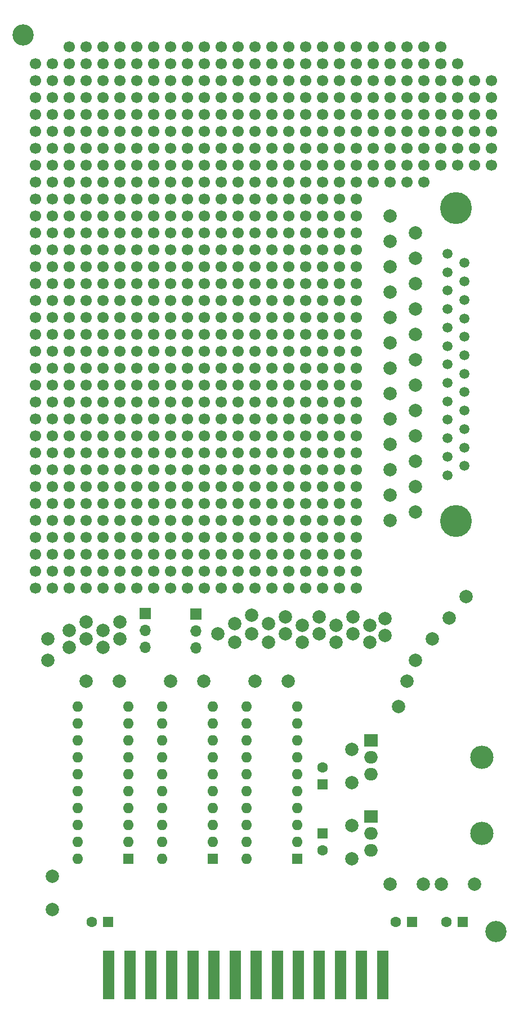
<source format=gbs>
%TF.GenerationSoftware,KiCad,Pcbnew,(6.0.0)*%
%TF.CreationDate,2022-03-13T19:33:12-04:00*%
%TF.ProjectId,Northstar Protoboard,4e6f7274-6873-4746-9172-2050726f746f,rev?*%
%TF.SameCoordinates,Original*%
%TF.FileFunction,Soldermask,Bot*%
%TF.FilePolarity,Negative*%
%FSLAX46Y46*%
G04 Gerber Fmt 4.6, Leading zero omitted, Abs format (unit mm)*
G04 Created by KiCad (PCBNEW (6.0.0)) date 2022-03-13 19:33:12*
%MOMM*%
%LPD*%
G01*
G04 APERTURE LIST*
%ADD10C,1.700000*%
%ADD11C,2.000000*%
%ADD12C,3.200000*%
%ADD13R,1.600000X1.600000*%
%ADD14C,1.600000*%
%ADD15R,1.700000X1.700000*%
%ADD16O,1.700000X1.700000*%
%ADD17O,3.500000X3.500000*%
%ADD18R,2.000000X1.905000*%
%ADD19O,2.000000X1.905000*%
%ADD20R,1.700000X7.400000*%
%ADD21O,1.600000X1.600000*%
%ADD22C,1.500000*%
%ADD23C,4.800000*%
G04 APERTURE END LIST*
D10*
%TO.C,REF\u002A\u002A*%
X76200000Y-35560000D03*
%TD*%
%TO.C,REF\u002A\u002A*%
X104140000Y-66040000D03*
%TD*%
%TO.C,REF\u002A\u002A*%
X104140000Y-73660000D03*
%TD*%
%TO.C,REF\u002A\u002A*%
X73660000Y-81280000D03*
%TD*%
%TO.C,REF\u002A\u002A*%
X93980000Y-81280000D03*
%TD*%
%TO.C,REF\u002A\u002A*%
X63500000Y-71120000D03*
%TD*%
%TO.C,REF\u002A\u002A*%
X96520000Y-78740000D03*
%TD*%
%TO.C,REF\u002A\u002A*%
X78740000Y-99060000D03*
%TD*%
%TO.C,REF\u002A\u002A*%
X76200000Y-104140000D03*
%TD*%
D11*
%TO.C,J6*%
X103632000Y-113538000D03*
%TD*%
%TO.C,J41*%
X118110000Y-95250000D03*
%TD*%
D10*
%TO.C,REF\u002A\u002A*%
X66040000Y-55880000D03*
%TD*%
D11*
%TO.C,J26*%
X123190000Y-111125000D03*
%TD*%
D10*
%TO.C,REF\u002A\u002A*%
X106680000Y-58420000D03*
%TD*%
%TO.C,REF\u002A\u002A*%
X93980000Y-78740000D03*
%TD*%
%TO.C,REF\u002A\u002A*%
X91440000Y-43180000D03*
%TD*%
D11*
%TO.C,J28*%
X111252000Y-112268000D03*
%TD*%
D10*
%TO.C,REF\u002A\u002A*%
X111760000Y-40640000D03*
%TD*%
%TO.C,REF\u002A\u002A*%
X93980000Y-33020000D03*
%TD*%
%TO.C,REF\u002A\u002A*%
X104140000Y-93980000D03*
%TD*%
%TO.C,REF\u002A\u002A*%
X106680000Y-40640000D03*
%TD*%
%TO.C,REF\u002A\u002A*%
X119380000Y-45720000D03*
%TD*%
%TO.C,REF\u002A\u002A*%
X88900000Y-43180000D03*
%TD*%
D11*
%TO.C,J45*%
X118110000Y-87630000D03*
%TD*%
D10*
%TO.C,REF\u002A\u002A*%
X116840000Y-35560000D03*
%TD*%
%TO.C,REF\u002A\u002A*%
X104140000Y-45720000D03*
%TD*%
%TO.C,REF\u002A\u002A*%
X96520000Y-30480000D03*
%TD*%
D11*
%TO.C,J12*%
X93472000Y-113538000D03*
%TD*%
D10*
%TO.C,REF\u002A\u002A*%
X66040000Y-60960000D03*
%TD*%
%TO.C,REF\u002A\u002A*%
X63500000Y-88900000D03*
%TD*%
%TO.C,REF\u002A\u002A*%
X109220000Y-73660000D03*
%TD*%
%TO.C,REF\u002A\u002A*%
X86360000Y-50800000D03*
%TD*%
%TO.C,REF\u002A\u002A*%
X63500000Y-78740000D03*
%TD*%
%TO.C,REF\u002A\u002A*%
X63500000Y-38100000D03*
%TD*%
%TO.C,REF\u002A\u002A*%
X111760000Y-33020000D03*
%TD*%
%TO.C,REF\u002A\u002A*%
X114300000Y-45720000D03*
%TD*%
%TO.C,REF\u002A\u002A*%
X124460000Y-30480000D03*
%TD*%
%TO.C,REF\u002A\u002A*%
X83820000Y-27940000D03*
%TD*%
%TO.C,REF\u002A\u002A*%
X127000000Y-43180000D03*
%TD*%
%TO.C,REF\u002A\u002A*%
X109220000Y-43180000D03*
%TD*%
%TO.C,REF\u002A\u002A*%
X76200000Y-58420000D03*
%TD*%
%TO.C,REF\u002A\u002A*%
X88900000Y-78740000D03*
%TD*%
%TO.C,REF\u002A\u002A*%
X91440000Y-60960000D03*
%TD*%
%TO.C,REF\u002A\u002A*%
X104140000Y-43180000D03*
%TD*%
%TO.C,REF\u002A\u002A*%
X88900000Y-76200000D03*
%TD*%
%TO.C,REF\u002A\u002A*%
X101600000Y-86360000D03*
%TD*%
%TO.C,REF\u002A\u002A*%
X60960000Y-76200000D03*
%TD*%
%TO.C,REF\u002A\u002A*%
X111760000Y-25400000D03*
%TD*%
%TO.C,REF\u002A\u002A*%
X63500000Y-96520000D03*
%TD*%
%TO.C,REF\u002A\u002A*%
X73660000Y-96520000D03*
%TD*%
%TO.C,REF\u002A\u002A*%
X99060000Y-25400000D03*
%TD*%
%TO.C,REF\u002A\u002A*%
X88900000Y-99060000D03*
%TD*%
%TO.C,REF\u002A\u002A*%
X60960000Y-88900000D03*
%TD*%
%TO.C,REF\u002A\u002A*%
X63500000Y-45720000D03*
%TD*%
%TO.C,REF\u002A\u002A*%
X104140000Y-55880000D03*
%TD*%
%TO.C,REF\u002A\u002A*%
X76200000Y-63500000D03*
%TD*%
%TO.C,REF\u002A\u002A*%
X68580000Y-76200000D03*
%TD*%
%TO.C,REF\u002A\u002A*%
X86360000Y-55880000D03*
%TD*%
%TO.C,REF\u002A\u002A*%
X106680000Y-76200000D03*
%TD*%
%TO.C,REF\u002A\u002A*%
X93980000Y-50800000D03*
%TD*%
D11*
%TO.C,J3*%
X62865000Y-117475000D03*
%TD*%
D10*
%TO.C,REF\u002A\u002A*%
X109220000Y-71120000D03*
%TD*%
%TO.C,REF\u002A\u002A*%
X119380000Y-27940000D03*
%TD*%
%TO.C,REF\u002A\u002A*%
X76200000Y-53340000D03*
%TD*%
%TO.C,REF\u002A\u002A*%
X76200000Y-48260000D03*
%TD*%
%TO.C,REF\u002A\u002A*%
X88900000Y-96520000D03*
%TD*%
%TO.C,REF\u002A\u002A*%
X106680000Y-33020000D03*
%TD*%
%TO.C,REF\u002A\u002A*%
X66040000Y-101600000D03*
%TD*%
%TO.C,REF\u002A\u002A*%
X99060000Y-33020000D03*
%TD*%
%TO.C,REF\u002A\u002A*%
X60960000Y-96520000D03*
%TD*%
%TO.C,REF\u002A\u002A*%
X96520000Y-101600000D03*
%TD*%
%TO.C,REF\u002A\u002A*%
X104140000Y-35560000D03*
%TD*%
%TO.C,REF\u002A\u002A*%
X111760000Y-45720000D03*
%TD*%
%TO.C,REF\u002A\u002A*%
X60960000Y-71120000D03*
%TD*%
%TO.C,REF\u002A\u002A*%
X78740000Y-48260000D03*
%TD*%
%TO.C,REF\u002A\u002A*%
X96520000Y-96520000D03*
%TD*%
%TO.C,REF\u002A\u002A*%
X68580000Y-83820000D03*
%TD*%
%TO.C,REF\u002A\u002A*%
X106680000Y-86360000D03*
%TD*%
%TO.C,REF\u002A\u002A*%
X66040000Y-33020000D03*
%TD*%
D12*
%TO.C,REF\u002A\u002A*%
X130222000Y-158186000D03*
%TD*%
D10*
%TO.C,REF\u002A\u002A*%
X119380000Y-30480000D03*
%TD*%
%TO.C,REF\u002A\u002A*%
X104140000Y-71120000D03*
%TD*%
%TO.C,REF\u002A\u002A*%
X121920000Y-30480000D03*
%TD*%
%TO.C,REF\u002A\u002A*%
X71120000Y-58420000D03*
%TD*%
%TO.C,REF\u002A\u002A*%
X60960000Y-30480000D03*
%TD*%
%TO.C,REF\u002A\u002A*%
X63500000Y-63500000D03*
%TD*%
%TO.C,REF\u002A\u002A*%
X93980000Y-43180000D03*
%TD*%
%TO.C,REF\u002A\u002A*%
X73660000Y-33020000D03*
%TD*%
%TO.C,REF\u002A\u002A*%
X63500000Y-33020000D03*
%TD*%
%TO.C,REF\u002A\u002A*%
X83820000Y-55880000D03*
%TD*%
%TO.C,REF\u002A\u002A*%
X66040000Y-88900000D03*
%TD*%
%TO.C,REF\u002A\u002A*%
X76200000Y-93980000D03*
%TD*%
%TO.C,REF\u002A\u002A*%
X101600000Y-91440000D03*
%TD*%
%TO.C,REF\u002A\u002A*%
X88900000Y-106680000D03*
%TD*%
%TO.C,REF\u002A\u002A*%
X71120000Y-35560000D03*
%TD*%
%TO.C,REF\u002A\u002A*%
X101600000Y-48260000D03*
%TD*%
%TO.C,REF\u002A\u002A*%
X76200000Y-25400000D03*
%TD*%
%TO.C,REF\u002A\u002A*%
X78740000Y-30480000D03*
%TD*%
%TO.C,REF\u002A\u002A*%
X121920000Y-38100000D03*
%TD*%
%TO.C,REF\u002A\u002A*%
X111760000Y-30480000D03*
%TD*%
%TO.C,REF\u002A\u002A*%
X129540000Y-30480000D03*
%TD*%
%TO.C,REF\u002A\u002A*%
X93980000Y-25400000D03*
%TD*%
%TO.C,REF\u002A\u002A*%
X66040000Y-63500000D03*
%TD*%
%TO.C,REF\u002A\u002A*%
X76200000Y-91440000D03*
%TD*%
%TO.C,REF\u002A\u002A*%
X71120000Y-45720000D03*
%TD*%
D11*
%TO.C,J58*%
X114300000Y-62230000D03*
%TD*%
D10*
%TO.C,REF\u002A\u002A*%
X78740000Y-86360000D03*
%TD*%
%TO.C,REF\u002A\u002A*%
X81280000Y-78740000D03*
%TD*%
%TO.C,REF\u002A\u002A*%
X76200000Y-27940000D03*
%TD*%
%TO.C,REF\u002A\u002A*%
X71120000Y-63500000D03*
%TD*%
%TO.C,REF\u002A\u002A*%
X88900000Y-60960000D03*
%TD*%
%TO.C,REF\u002A\u002A*%
X116840000Y-43180000D03*
%TD*%
%TO.C,REF\u002A\u002A*%
X99060000Y-73660000D03*
%TD*%
%TO.C,REF\u002A\u002A*%
X114300000Y-38100000D03*
%TD*%
%TO.C,REF\u002A\u002A*%
X86360000Y-35560000D03*
%TD*%
%TO.C,REF\u002A\u002A*%
X104140000Y-83820000D03*
%TD*%
%TO.C,REF\u002A\u002A*%
X127000000Y-38100000D03*
%TD*%
%TO.C,REF\u002A\u002A*%
X121920000Y-27940000D03*
%TD*%
%TO.C,REF\u002A\u002A*%
X91440000Y-91440000D03*
%TD*%
%TO.C,REF\u002A\u002A*%
X68580000Y-30480000D03*
%TD*%
%TO.C,REF\u002A\u002A*%
X93980000Y-27940000D03*
%TD*%
%TO.C,REF\u002A\u002A*%
X106680000Y-30480000D03*
%TD*%
%TO.C,REF\u002A\u002A*%
X101600000Y-35560000D03*
%TD*%
%TO.C,REF\u002A\u002A*%
X88900000Y-40640000D03*
%TD*%
%TO.C,REF\u002A\u002A*%
X86360000Y-27940000D03*
%TD*%
%TO.C,REF\u002A\u002A*%
X104140000Y-27940000D03*
%TD*%
%TO.C,REF\u002A\u002A*%
X106680000Y-81280000D03*
%TD*%
%TO.C,REF\u002A\u002A*%
X68580000Y-66040000D03*
%TD*%
%TO.C,REF\u002A\u002A*%
X83820000Y-25400000D03*
%TD*%
%TO.C,REF\u002A\u002A*%
X104140000Y-106680000D03*
%TD*%
%TO.C,REF\u002A\u002A*%
X63500000Y-68580000D03*
%TD*%
%TO.C,REF\u002A\u002A*%
X71120000Y-76200000D03*
%TD*%
%TO.C,REF\u002A\u002A*%
X109220000Y-86360000D03*
%TD*%
%TO.C,REF\u002A\u002A*%
X106680000Y-78740000D03*
%TD*%
%TO.C,REF\u002A\u002A*%
X60960000Y-50800000D03*
%TD*%
%TO.C,REF\u002A\u002A*%
X81280000Y-71120000D03*
%TD*%
%TO.C,REF\u002A\u002A*%
X88900000Y-30480000D03*
%TD*%
%TO.C,REF\u002A\u002A*%
X91440000Y-66040000D03*
%TD*%
%TO.C,REF\u002A\u002A*%
X96520000Y-35560000D03*
%TD*%
%TO.C,REF\u002A\u002A*%
X91440000Y-83820000D03*
%TD*%
%TO.C,REF\u002A\u002A*%
X101600000Y-45720000D03*
%TD*%
%TO.C,REF\u002A\u002A*%
X86360000Y-45720000D03*
%TD*%
%TO.C,REF\u002A\u002A*%
X83820000Y-63500000D03*
%TD*%
%TO.C,REF\u002A\u002A*%
X101600000Y-38100000D03*
%TD*%
%TO.C,REF\u002A\u002A*%
X81280000Y-58420000D03*
%TD*%
%TO.C,REF\u002A\u002A*%
X109220000Y-58420000D03*
%TD*%
%TO.C,REF\u002A\u002A*%
X104140000Y-50800000D03*
%TD*%
%TO.C,REF\u002A\u002A*%
X101600000Y-66040000D03*
%TD*%
%TO.C,REF\u002A\u002A*%
X81280000Y-33020000D03*
%TD*%
%TO.C,REF\u002A\u002A*%
X76200000Y-106680000D03*
%TD*%
%TO.C,REF\u002A\u002A*%
X78740000Y-50800000D03*
%TD*%
%TO.C,REF\u002A\u002A*%
X78740000Y-76200000D03*
%TD*%
%TO.C,REF\u002A\u002A*%
X78740000Y-38100000D03*
%TD*%
%TO.C,REF\u002A\u002A*%
X106680000Y-45720000D03*
%TD*%
%TO.C,REF\u002A\u002A*%
X86360000Y-66040000D03*
%TD*%
%TO.C,REF\u002A\u002A*%
X83820000Y-40640000D03*
%TD*%
D11*
%TO.C,J37*%
X108712000Y-110998000D03*
%TD*%
D10*
%TO.C,REF\u002A\u002A*%
X88900000Y-104140000D03*
%TD*%
%TO.C,REF\u002A\u002A*%
X99060000Y-45720000D03*
%TD*%
%TO.C,REF\u002A\u002A*%
X127000000Y-40640000D03*
%TD*%
%TO.C,REF\u002A\u002A*%
X68580000Y-48260000D03*
%TD*%
%TO.C,REF\u002A\u002A*%
X83820000Y-81280000D03*
%TD*%
%TO.C,REF\u002A\u002A*%
X78740000Y-106680000D03*
%TD*%
%TO.C,REF\u002A\u002A*%
X101600000Y-60960000D03*
%TD*%
%TO.C,REF\u002A\u002A*%
X66040000Y-73660000D03*
%TD*%
%TO.C,REF\u002A\u002A*%
X83820000Y-48260000D03*
%TD*%
%TO.C,REF\u002A\u002A*%
X86360000Y-76200000D03*
%TD*%
%TO.C,REF\u002A\u002A*%
X114300000Y-35560000D03*
%TD*%
D11*
%TO.C,J52*%
X114300000Y-73660000D03*
%TD*%
D13*
%TO.C,C8*%
X104140000Y-143510000D03*
D14*
X104140000Y-146010000D03*
%TD*%
D10*
%TO.C,REF\u002A\u002A*%
X93980000Y-55880000D03*
%TD*%
%TO.C,REF\u002A\u002A*%
X66040000Y-104140000D03*
%TD*%
D11*
%TO.C,J29*%
X101130002Y-112268000D03*
%TD*%
D10*
%TO.C,REF\u002A\u002A*%
X68580000Y-71120000D03*
%TD*%
D11*
%TO.C,C5*%
X127000000Y-151130000D03*
X122000000Y-151130000D03*
%TD*%
D10*
%TO.C,REF\u002A\u002A*%
X83820000Y-58420000D03*
%TD*%
%TO.C,REF\u002A\u002A*%
X86360000Y-63500000D03*
%TD*%
%TO.C,REF\u002A\u002A*%
X96520000Y-86360000D03*
%TD*%
D11*
%TO.C,C13*%
X94020000Y-120650000D03*
X99020000Y-120650000D03*
%TD*%
D10*
%TO.C,REF\u002A\u002A*%
X78740000Y-81280000D03*
%TD*%
%TO.C,REF\u002A\u002A*%
X124460000Y-40640000D03*
%TD*%
%TO.C,REF\u002A\u002A*%
X129540000Y-35560000D03*
%TD*%
%TO.C,REF\u002A\u002A*%
X104140000Y-63500000D03*
%TD*%
%TO.C,REF\u002A\u002A*%
X91440000Y-78740000D03*
%TD*%
%TO.C,REF\u002A\u002A*%
X73660000Y-38100000D03*
%TD*%
%TO.C,REF\u002A\u002A*%
X99060000Y-53340000D03*
%TD*%
D11*
%TO.C,J4*%
X120650000Y-114300000D03*
%TD*%
D10*
%TO.C,REF\u002A\u002A*%
X63500000Y-53340000D03*
%TD*%
%TO.C,REF\u002A\u002A*%
X116840000Y-33020000D03*
%TD*%
%TO.C,REF\u002A\u002A*%
X101600000Y-96520000D03*
%TD*%
%TO.C,REF\u002A\u002A*%
X86360000Y-58420000D03*
%TD*%
%TO.C,REF\u002A\u002A*%
X86360000Y-60960000D03*
%TD*%
%TO.C,REF\u002A\u002A*%
X66040000Y-99060000D03*
%TD*%
D11*
%TO.C,J25*%
X116840000Y-120650000D03*
%TD*%
D10*
%TO.C,REF\u002A\u002A*%
X86360000Y-101600000D03*
%TD*%
%TO.C,REF\u002A\u002A*%
X68580000Y-35560000D03*
%TD*%
%TO.C,REF\u002A\u002A*%
X96520000Y-48260000D03*
%TD*%
%TO.C,REF\u002A\u002A*%
X109220000Y-66040000D03*
%TD*%
%TO.C,REF\u002A\u002A*%
X68580000Y-88900000D03*
%TD*%
%TO.C,REF\u002A\u002A*%
X93980000Y-40640000D03*
%TD*%
%TO.C,REF\u002A\u002A*%
X91440000Y-63500000D03*
%TD*%
%TO.C,REF\u002A\u002A*%
X93980000Y-60960000D03*
%TD*%
%TO.C,REF\u002A\u002A*%
X91440000Y-27940000D03*
%TD*%
%TO.C,REF\u002A\u002A*%
X101600000Y-71120000D03*
%TD*%
%TO.C,REF\u002A\u002A*%
X71120000Y-27940000D03*
%TD*%
%TO.C,REF\u002A\u002A*%
X106680000Y-50800000D03*
%TD*%
%TO.C,REF\u002A\u002A*%
X71120000Y-68580000D03*
%TD*%
%TO.C,REF\u002A\u002A*%
X101600000Y-106680000D03*
%TD*%
%TO.C,REF\u002A\u002A*%
X93980000Y-83820000D03*
%TD*%
%TO.C,REF\u002A\u002A*%
X106680000Y-27940000D03*
%TD*%
D15*
%TO.C,J27*%
X77470000Y-110490000D03*
D16*
X77470000Y-113030000D03*
X77470000Y-115570000D03*
%TD*%
D10*
%TO.C,REF\u002A\u002A*%
X93980000Y-101600000D03*
%TD*%
%TO.C,REF\u002A\u002A*%
X91440000Y-38100000D03*
%TD*%
%TO.C,REF\u002A\u002A*%
X96520000Y-76200000D03*
%TD*%
D11*
%TO.C,J35*%
X106172000Y-114808000D03*
%TD*%
D10*
%TO.C,REF\u002A\u002A*%
X73660000Y-30480000D03*
%TD*%
%TO.C,REF\u002A\u002A*%
X109220000Y-25400000D03*
%TD*%
%TO.C,REF\u002A\u002A*%
X109220000Y-63500000D03*
%TD*%
%TO.C,REF\u002A\u002A*%
X66040000Y-50800000D03*
%TD*%
%TO.C,REF\u002A\u002A*%
X109220000Y-38100000D03*
%TD*%
%TO.C,REF\u002A\u002A*%
X78740000Y-78740000D03*
%TD*%
%TO.C,REF\u002A\u002A*%
X60960000Y-60960000D03*
%TD*%
D11*
%TO.C,J47*%
X118110000Y-83820000D03*
%TD*%
D10*
%TO.C,REF\u002A\u002A*%
X96520000Y-88900000D03*
%TD*%
%TO.C,REF\u002A\u002A*%
X101600000Y-104140000D03*
%TD*%
%TO.C,REF\u002A\u002A*%
X71120000Y-50800000D03*
%TD*%
%TO.C,REF\u002A\u002A*%
X78740000Y-33020000D03*
%TD*%
%TO.C,REF\u002A\u002A*%
X116840000Y-25400000D03*
%TD*%
%TO.C,REF\u002A\u002A*%
X109220000Y-93980000D03*
%TD*%
%TO.C,REF\u002A\u002A*%
X78740000Y-58420000D03*
%TD*%
%TO.C,REF\u002A\u002A*%
X71120000Y-93980000D03*
%TD*%
%TO.C,REF\u002A\u002A*%
X83820000Y-91440000D03*
%TD*%
%TO.C,REF\u002A\u002A*%
X60960000Y-83820000D03*
%TD*%
%TO.C,REF\u002A\u002A*%
X106680000Y-91440000D03*
%TD*%
%TO.C,REF\u002A\u002A*%
X76200000Y-66040000D03*
%TD*%
%TO.C,REF\u002A\u002A*%
X73660000Y-53340000D03*
%TD*%
D11*
%TO.C,C4*%
X63500000Y-149900000D03*
X63500000Y-154900000D03*
%TD*%
D13*
%TO.C,C2*%
X125262000Y-156796000D03*
D14*
X122762000Y-156796000D03*
%TD*%
D10*
%TO.C,REF\u002A\u002A*%
X60960000Y-33020000D03*
%TD*%
%TO.C,REF\u002A\u002A*%
X68580000Y-40640000D03*
%TD*%
%TO.C,REF\u002A\u002A*%
X66040000Y-106680000D03*
%TD*%
%TO.C,REF\u002A\u002A*%
X86360000Y-43180000D03*
%TD*%
%TO.C,REF\u002A\u002A*%
X71120000Y-55880000D03*
%TD*%
%TO.C,REF\u002A\u002A*%
X101600000Y-27940000D03*
%TD*%
D11*
%TO.C,J39*%
X114300000Y-96520000D03*
%TD*%
D10*
%TO.C,REF\u002A\u002A*%
X106680000Y-63500000D03*
%TD*%
D11*
%TO.C,J55*%
X118110000Y-68580000D03*
%TD*%
%TO.C,J2*%
X115570000Y-124460000D03*
%TD*%
%TO.C,J56*%
X114300000Y-66040000D03*
%TD*%
D10*
%TO.C,REF\u002A\u002A*%
X71120000Y-25400000D03*
%TD*%
%TO.C,REF\u002A\u002A*%
X99060000Y-27940000D03*
%TD*%
%TO.C,REF\u002A\u002A*%
X76200000Y-101600000D03*
%TD*%
%TO.C,REF\u002A\u002A*%
X91440000Y-73660000D03*
%TD*%
%TO.C,REF\u002A\u002A*%
X81280000Y-81280000D03*
%TD*%
%TO.C,REF\u002A\u002A*%
X63500000Y-76200000D03*
%TD*%
%TO.C,REF\u002A\u002A*%
X101600000Y-78740000D03*
%TD*%
%TO.C,REF\u002A\u002A*%
X96520000Y-25400000D03*
%TD*%
%TO.C,REF\u002A\u002A*%
X71120000Y-81280000D03*
%TD*%
%TO.C,REF\u002A\u002A*%
X104140000Y-88900000D03*
%TD*%
%TO.C,REF\u002A\u002A*%
X109220000Y-27940000D03*
%TD*%
%TO.C,REF\u002A\u002A*%
X88900000Y-68580000D03*
%TD*%
%TO.C,REF\u002A\u002A*%
X93980000Y-66040000D03*
%TD*%
%TO.C,REF\u002A\u002A*%
X127000000Y-33020000D03*
%TD*%
%TO.C,REF\u002A\u002A*%
X109220000Y-68580000D03*
%TD*%
%TO.C,REF\u002A\u002A*%
X119380000Y-38100000D03*
%TD*%
D11*
%TO.C,J30*%
X96012000Y-112014000D03*
%TD*%
D10*
%TO.C,REF\u002A\u002A*%
X124460000Y-27940000D03*
%TD*%
%TO.C,REF\u002A\u002A*%
X104140000Y-30480000D03*
%TD*%
%TO.C,REF\u002A\u002A*%
X66040000Y-40640000D03*
%TD*%
%TO.C,REF\u002A\u002A*%
X68580000Y-101600000D03*
%TD*%
%TO.C,REF\u002A\u002A*%
X114300000Y-30480000D03*
%TD*%
%TO.C,REF\u002A\u002A*%
X86360000Y-40640000D03*
%TD*%
%TO.C,REF\u002A\u002A*%
X109220000Y-45720000D03*
%TD*%
%TO.C,REF\u002A\u002A*%
X71120000Y-33020000D03*
%TD*%
%TO.C,REF\u002A\u002A*%
X68580000Y-73660000D03*
%TD*%
%TO.C,REF\u002A\u002A*%
X81280000Y-50800000D03*
%TD*%
%TO.C,REF\u002A\u002A*%
X66040000Y-68580000D03*
%TD*%
%TO.C,REF\u002A\u002A*%
X96520000Y-60960000D03*
%TD*%
%TO.C,REF\u002A\u002A*%
X73660000Y-45720000D03*
%TD*%
%TO.C,REF\u002A\u002A*%
X78740000Y-68580000D03*
%TD*%
D11*
%TO.C,C6*%
X114300000Y-151130000D03*
X119300000Y-151130000D03*
%TD*%
D10*
%TO.C,REF\u002A\u002A*%
X91440000Y-25400000D03*
%TD*%
%TO.C,REF\u002A\u002A*%
X83820000Y-35560000D03*
%TD*%
%TO.C,REF\u002A\u002A*%
X73660000Y-58420000D03*
%TD*%
%TO.C,REF\u002A\u002A*%
X71120000Y-43180000D03*
%TD*%
D11*
%TO.C,J9*%
X113576002Y-113792000D03*
%TD*%
D10*
%TO.C,REF\u002A\u002A*%
X124460000Y-35560000D03*
%TD*%
%TO.C,REF\u002A\u002A*%
X68580000Y-99060000D03*
%TD*%
%TO.C,REF\u002A\u002A*%
X129540000Y-43180000D03*
%TD*%
%TO.C,REF\u002A\u002A*%
X63500000Y-40640000D03*
%TD*%
%TO.C,REF\u002A\u002A*%
X91440000Y-71120000D03*
%TD*%
%TO.C,REF\u002A\u002A*%
X60960000Y-45720000D03*
%TD*%
%TO.C,REF\u002A\u002A*%
X83820000Y-43180000D03*
%TD*%
%TO.C,REF\u002A\u002A*%
X91440000Y-33020000D03*
%TD*%
%TO.C,REF\u002A\u002A*%
X96520000Y-66040000D03*
%TD*%
%TO.C,REF\u002A\u002A*%
X71120000Y-78740000D03*
%TD*%
%TO.C,REF\u002A\u002A*%
X86360000Y-53340000D03*
%TD*%
%TO.C,REF\u002A\u002A*%
X81280000Y-76200000D03*
%TD*%
%TO.C,REF\u002A\u002A*%
X101600000Y-101600000D03*
%TD*%
%TO.C,REF\u002A\u002A*%
X73660000Y-40640000D03*
%TD*%
%TO.C,REF\u002A\u002A*%
X63500000Y-99060000D03*
%TD*%
%TO.C,REF\u002A\u002A*%
X104140000Y-91440000D03*
%TD*%
%TO.C,REF\u002A\u002A*%
X81280000Y-53340000D03*
%TD*%
D11*
%TO.C,J21*%
X71120000Y-115570000D03*
%TD*%
D10*
%TO.C,REF\u002A\u002A*%
X93980000Y-48260000D03*
%TD*%
D13*
%TO.C,C1*%
X117642000Y-156796000D03*
D14*
X115142000Y-156796000D03*
%TD*%
D10*
%TO.C,REF\u002A\u002A*%
X66040000Y-27940000D03*
%TD*%
D11*
%TO.C,J63*%
X118110000Y-53340000D03*
%TD*%
D10*
%TO.C,REF\u002A\u002A*%
X60960000Y-66040000D03*
%TD*%
%TO.C,REF\u002A\u002A*%
X91440000Y-45720000D03*
%TD*%
D17*
%TO.C,U1*%
X128080000Y-143510000D03*
D18*
X111420000Y-140970000D03*
D19*
X111420000Y-143510000D03*
X111420000Y-146050000D03*
%TD*%
D10*
%TO.C,REF\u002A\u002A*%
X63500000Y-83820000D03*
%TD*%
%TO.C,REF\u002A\u002A*%
X96520000Y-55880000D03*
%TD*%
%TO.C,REF\u002A\u002A*%
X93980000Y-91440000D03*
%TD*%
%TO.C,REF\u002A\u002A*%
X101600000Y-40640000D03*
%TD*%
%TO.C,REF\u002A\u002A*%
X63500000Y-104140000D03*
%TD*%
%TO.C,REF\u002A\u002A*%
X71120000Y-30480000D03*
%TD*%
%TO.C,REF\u002A\u002A*%
X88900000Y-101600000D03*
%TD*%
%TO.C,REF\u002A\u002A*%
X106680000Y-38100000D03*
%TD*%
%TO.C,REF\u002A\u002A*%
X73660000Y-99060000D03*
%TD*%
D11*
%TO.C,J57*%
X118110000Y-64770000D03*
%TD*%
D10*
%TO.C,REF\u002A\u002A*%
X81280000Y-83820000D03*
%TD*%
%TO.C,REF\u002A\u002A*%
X109220000Y-88900000D03*
%TD*%
%TO.C,REF\u002A\u002A*%
X93980000Y-63500000D03*
%TD*%
%TO.C,REF\u002A\u002A*%
X66040000Y-45720000D03*
%TD*%
%TO.C,REF\u002A\u002A*%
X106680000Y-101600000D03*
%TD*%
%TO.C,REF\u002A\u002A*%
X81280000Y-55880000D03*
%TD*%
%TO.C,REF\u002A\u002A*%
X96520000Y-68580000D03*
%TD*%
%TO.C,REF\u002A\u002A*%
X88900000Y-63500000D03*
%TD*%
%TO.C,REF\u002A\u002A*%
X73660000Y-86360000D03*
%TD*%
D11*
%TO.C,J66*%
X118110000Y-117475000D03*
%TD*%
D10*
%TO.C,REF\u002A\u002A*%
X81280000Y-38100000D03*
%TD*%
%TO.C,REF\u002A\u002A*%
X68580000Y-106680000D03*
%TD*%
%TO.C,REF\u002A\u002A*%
X93980000Y-73660000D03*
%TD*%
%TO.C,REF\u002A\u002A*%
X119380000Y-33020000D03*
%TD*%
%TO.C,REF\u002A\u002A*%
X104140000Y-104140000D03*
%TD*%
%TO.C,REF\u002A\u002A*%
X109220000Y-60960000D03*
%TD*%
%TO.C,REF\u002A\u002A*%
X99060000Y-78740000D03*
%TD*%
%TO.C,REF\u002A\u002A*%
X121920000Y-35560000D03*
%TD*%
%TO.C,REF\u002A\u002A*%
X104140000Y-101600000D03*
%TD*%
%TO.C,REF\u002A\u002A*%
X73660000Y-106680000D03*
%TD*%
%TO.C,REF\u002A\u002A*%
X83820000Y-83820000D03*
%TD*%
%TO.C,REF\u002A\u002A*%
X91440000Y-30480000D03*
%TD*%
%TO.C,REF\u002A\u002A*%
X96520000Y-81280000D03*
%TD*%
%TO.C,REF\u002A\u002A*%
X63500000Y-43180000D03*
%TD*%
%TO.C,REF\u002A\u002A*%
X109220000Y-55880000D03*
%TD*%
%TO.C,REF\u002A\u002A*%
X68580000Y-53340000D03*
%TD*%
%TO.C,REF\u002A\u002A*%
X93980000Y-76200000D03*
%TD*%
%TO.C,REF\u002A\u002A*%
X88900000Y-81280000D03*
%TD*%
%TO.C,REF\u002A\u002A*%
X93980000Y-88900000D03*
%TD*%
%TO.C,REF\u002A\u002A*%
X66040000Y-35560000D03*
%TD*%
%TO.C,REF\u002A\u002A*%
X104140000Y-33020000D03*
%TD*%
%TO.C,REF\u002A\u002A*%
X104140000Y-60960000D03*
%TD*%
%TO.C,REF\u002A\u002A*%
X109220000Y-81280000D03*
%TD*%
%TO.C,REF\u002A\u002A*%
X63500000Y-60960000D03*
%TD*%
%TO.C,REF\u002A\u002A*%
X73660000Y-48260000D03*
%TD*%
%TO.C,REF\u002A\u002A*%
X99060000Y-60960000D03*
%TD*%
%TO.C,REF\u002A\u002A*%
X104140000Y-96520000D03*
%TD*%
%TO.C,REF\u002A\u002A*%
X109220000Y-30480000D03*
%TD*%
%TO.C,REF\u002A\u002A*%
X66040000Y-96520000D03*
%TD*%
%TO.C,REF\u002A\u002A*%
X81280000Y-88900000D03*
%TD*%
%TO.C,REF\u002A\u002A*%
X106680000Y-25400000D03*
%TD*%
%TO.C,REF\u002A\u002A*%
X71120000Y-60960000D03*
%TD*%
D11*
%TO.C,J65*%
X62865000Y-114300000D03*
%TD*%
D10*
%TO.C,REF\u002A\u002A*%
X99060000Y-93980000D03*
%TD*%
%TO.C,REF\u002A\u002A*%
X93980000Y-99060000D03*
%TD*%
%TO.C,REF\u002A\u002A*%
X73660000Y-63500000D03*
%TD*%
%TO.C,REF\u002A\u002A*%
X81280000Y-104140000D03*
%TD*%
%TO.C,REF\u002A\u002A*%
X99060000Y-71120000D03*
%TD*%
%TO.C,REF\u002A\u002A*%
X81280000Y-99060000D03*
%TD*%
%TO.C,REF\u002A\u002A*%
X106680000Y-43180000D03*
%TD*%
%TO.C,REF\u002A\u002A*%
X99060000Y-40640000D03*
%TD*%
%TO.C,REF\u002A\u002A*%
X101600000Y-55880000D03*
%TD*%
%TO.C,REF\u002A\u002A*%
X68580000Y-68580000D03*
%TD*%
%TO.C,REF\u002A\u002A*%
X99060000Y-58420000D03*
%TD*%
%TO.C,REF\u002A\u002A*%
X104140000Y-38100000D03*
%TD*%
%TO.C,REF\u002A\u002A*%
X86360000Y-93980000D03*
%TD*%
%TO.C,REF\u002A\u002A*%
X96520000Y-45720000D03*
%TD*%
%TO.C,REF\u002A\u002A*%
X88900000Y-73660000D03*
%TD*%
%TO.C,REF\u002A\u002A*%
X68580000Y-58420000D03*
%TD*%
%TO.C,REF\u002A\u002A*%
X93980000Y-86360000D03*
%TD*%
%TO.C,REF\u002A\u002A*%
X63500000Y-35560000D03*
%TD*%
%TO.C,REF\u002A\u002A*%
X86360000Y-30480000D03*
%TD*%
%TO.C,REF\u002A\u002A*%
X104140000Y-76200000D03*
%TD*%
D11*
%TO.C,J13*%
X96012000Y-114808000D03*
%TD*%
%TO.C,C9*%
X108585000Y-135850000D03*
X108585000Y-130850000D03*
%TD*%
D10*
%TO.C,REF\u002A\u002A*%
X91440000Y-76200000D03*
%TD*%
%TO.C,REF\u002A\u002A*%
X106680000Y-66040000D03*
%TD*%
%TO.C,REF\u002A\u002A*%
X78740000Y-25400000D03*
%TD*%
%TO.C,REF\u002A\u002A*%
X73660000Y-71120000D03*
%TD*%
%TO.C,REF\u002A\u002A*%
X71120000Y-99060000D03*
%TD*%
%TO.C,REF\u002A\u002A*%
X86360000Y-88900000D03*
%TD*%
%TO.C,REF\u002A\u002A*%
X83820000Y-33020000D03*
%TD*%
%TO.C,REF\u002A\u002A*%
X76200000Y-99060000D03*
%TD*%
%TO.C,REF\u002A\u002A*%
X68580000Y-93980000D03*
%TD*%
%TO.C,REF\u002A\u002A*%
X63500000Y-50800000D03*
%TD*%
%TO.C,REF\u002A\u002A*%
X106680000Y-60960000D03*
%TD*%
%TO.C,REF\u002A\u002A*%
X76200000Y-43180000D03*
%TD*%
%TO.C,REF\u002A\u002A*%
X68580000Y-55880000D03*
%TD*%
%TO.C,REF\u002A\u002A*%
X91440000Y-99060000D03*
%TD*%
%TO.C,REF\u002A\u002A*%
X86360000Y-68580000D03*
%TD*%
%TO.C,REF\u002A\u002A*%
X71120000Y-91440000D03*
%TD*%
%TO.C,REF\u002A\u002A*%
X93980000Y-68580000D03*
%TD*%
%TO.C,REF\u002A\u002A*%
X76200000Y-73660000D03*
%TD*%
%TO.C,REF\u002A\u002A*%
X76200000Y-55880000D03*
%TD*%
%TO.C,REF\u002A\u002A*%
X119380000Y-35560000D03*
%TD*%
%TO.C,REF\u002A\u002A*%
X83820000Y-106680000D03*
%TD*%
%TO.C,REF\u002A\u002A*%
X96520000Y-99060000D03*
%TD*%
D11*
%TO.C,C10*%
X108585000Y-147280000D03*
X108585000Y-142280000D03*
%TD*%
D17*
%TO.C,U2*%
X128080000Y-132080000D03*
D18*
X111420000Y-129540000D03*
D19*
X111420000Y-132080000D03*
X111420000Y-134620000D03*
%TD*%
D10*
%TO.C,REF\u002A\u002A*%
X78740000Y-73660000D03*
%TD*%
%TO.C,REF\u002A\u002A*%
X129540000Y-33020000D03*
%TD*%
%TO.C,REF\u002A\u002A*%
X121920000Y-43180000D03*
%TD*%
D20*
%TO.C,J1*%
X113176400Y-164736000D03*
X110007600Y-164736000D03*
X106838700Y-164736000D03*
X103669800Y-164736000D03*
X100500900Y-164736000D03*
X97332000Y-164736000D03*
X94163100Y-164736000D03*
X90994200Y-164736000D03*
X87825300Y-164736000D03*
X84656400Y-164736000D03*
X81487600Y-164736000D03*
X78318700Y-164736000D03*
X75149780Y-164736000D03*
X71980890Y-164736000D03*
%TD*%
D10*
%TO.C,REF\u002A\u002A*%
X78740000Y-104140000D03*
%TD*%
D11*
%TO.C,J33*%
X88392000Y-113538000D03*
%TD*%
D10*
%TO.C,REF\u002A\u002A*%
X104140000Y-40640000D03*
%TD*%
%TO.C,REF\u002A\u002A*%
X68580000Y-38100000D03*
%TD*%
D12*
%TO.C,REF\u002A\u002A*%
X59092000Y-23576000D03*
%TD*%
D11*
%TO.C,J59*%
X118110000Y-60960000D03*
%TD*%
D10*
%TO.C,REF\u002A\u002A*%
X68580000Y-96520000D03*
%TD*%
%TO.C,REF\u002A\u002A*%
X66040000Y-48260000D03*
%TD*%
D11*
%TO.C,J15*%
X103670002Y-110998000D03*
%TD*%
D10*
%TO.C,REF\u002A\u002A*%
X91440000Y-101600000D03*
%TD*%
%TO.C,REF\u002A\u002A*%
X66040000Y-83820000D03*
%TD*%
%TO.C,REF\u002A\u002A*%
X60960000Y-73660000D03*
%TD*%
%TO.C,REF\u002A\u002A*%
X68580000Y-45720000D03*
%TD*%
D11*
%TO.C,C11*%
X68620000Y-120650000D03*
X73620000Y-120650000D03*
%TD*%
D10*
%TO.C,REF\u002A\u002A*%
X99060000Y-50800000D03*
%TD*%
%TO.C,REF\u002A\u002A*%
X99060000Y-30480000D03*
%TD*%
%TO.C,REF\u002A\u002A*%
X127000000Y-35560000D03*
%TD*%
%TO.C,REF\u002A\u002A*%
X81280000Y-63500000D03*
%TD*%
%TO.C,REF\u002A\u002A*%
X60960000Y-40640000D03*
%TD*%
%TO.C,REF\u002A\u002A*%
X76200000Y-76200000D03*
%TD*%
%TO.C,REF\u002A\u002A*%
X96520000Y-83820000D03*
%TD*%
%TO.C,REF\u002A\u002A*%
X83820000Y-104140000D03*
%TD*%
%TO.C,REF\u002A\u002A*%
X83820000Y-99060000D03*
%TD*%
%TO.C,REF\u002A\u002A*%
X73660000Y-73660000D03*
%TD*%
%TO.C,REF\u002A\u002A*%
X66040000Y-86360000D03*
%TD*%
%TO.C,REF\u002A\u002A*%
X99060000Y-66040000D03*
%TD*%
D11*
%TO.C,C12*%
X81320000Y-120650000D03*
X86320000Y-120650000D03*
%TD*%
D10*
%TO.C,REF\u002A\u002A*%
X60960000Y-27940000D03*
%TD*%
%TO.C,REF\u002A\u002A*%
X106680000Y-93980000D03*
%TD*%
%TO.C,REF\u002A\u002A*%
X78740000Y-83820000D03*
%TD*%
%TO.C,REF\u002A\u002A*%
X88900000Y-83820000D03*
%TD*%
%TO.C,REF\u002A\u002A*%
X83820000Y-71120000D03*
%TD*%
%TO.C,REF\u002A\u002A*%
X101600000Y-88900000D03*
%TD*%
%TO.C,REF\u002A\u002A*%
X76200000Y-68580000D03*
%TD*%
%TO.C,REF\u002A\u002A*%
X88900000Y-55880000D03*
%TD*%
%TO.C,REF\u002A\u002A*%
X76200000Y-30480000D03*
%TD*%
%TO.C,REF\u002A\u002A*%
X109220000Y-101600000D03*
%TD*%
%TO.C,REF\u002A\u002A*%
X86360000Y-38100000D03*
%TD*%
%TO.C,REF\u002A\u002A*%
X68580000Y-63500000D03*
%TD*%
%TO.C,REF\u002A\u002A*%
X73660000Y-35560000D03*
%TD*%
%TO.C,REF\u002A\u002A*%
X81280000Y-68580000D03*
%TD*%
%TO.C,REF\u002A\u002A*%
X63500000Y-55880000D03*
%TD*%
%TO.C,REF\u002A\u002A*%
X76200000Y-50800000D03*
%TD*%
%TO.C,REF\u002A\u002A*%
X93980000Y-45720000D03*
%TD*%
%TO.C,REF\u002A\u002A*%
X86360000Y-78740000D03*
%TD*%
D11*
%TO.C,J50*%
X114300000Y-77470000D03*
%TD*%
D10*
%TO.C,REF\u002A\u002A*%
X78740000Y-60960000D03*
%TD*%
%TO.C,REF\u002A\u002A*%
X106680000Y-48260000D03*
%TD*%
%TO.C,REF\u002A\u002A*%
X83820000Y-38100000D03*
%TD*%
%TO.C,REF\u002A\u002A*%
X73660000Y-27940000D03*
%TD*%
%TO.C,REF\u002A\u002A*%
X76200000Y-83820000D03*
%TD*%
%TO.C,REF\u002A\u002A*%
X66040000Y-78740000D03*
%TD*%
%TO.C,REF\u002A\u002A*%
X71120000Y-66040000D03*
%TD*%
%TO.C,REF\u002A\u002A*%
X73660000Y-66040000D03*
%TD*%
%TO.C,REF\u002A\u002A*%
X63500000Y-101600000D03*
%TD*%
%TO.C,REF\u002A\u002A*%
X81280000Y-86360000D03*
%TD*%
%TO.C,REF\u002A\u002A*%
X86360000Y-99060000D03*
%TD*%
%TO.C,REF\u002A\u002A*%
X106680000Y-68580000D03*
%TD*%
%TO.C,REF\u002A\u002A*%
X73660000Y-83820000D03*
%TD*%
%TO.C,REF\u002A\u002A*%
X66040000Y-25400000D03*
%TD*%
%TO.C,REF\u002A\u002A*%
X99060000Y-101600000D03*
%TD*%
%TO.C,REF\u002A\u002A*%
X78740000Y-66040000D03*
%TD*%
%TO.C,REF\u002A\u002A*%
X109220000Y-33020000D03*
%TD*%
%TO.C,REF\u002A\u002A*%
X93980000Y-96520000D03*
%TD*%
%TO.C,REF\u002A\u002A*%
X116840000Y-45720000D03*
%TD*%
%TO.C,REF\u002A\u002A*%
X78740000Y-55880000D03*
%TD*%
%TO.C,REF\u002A\u002A*%
X119380000Y-40640000D03*
%TD*%
%TO.C,REF\u002A\u002A*%
X96520000Y-27940000D03*
%TD*%
%TO.C,REF\u002A\u002A*%
X91440000Y-40640000D03*
%TD*%
%TO.C,REF\u002A\u002A*%
X101600000Y-30480000D03*
%TD*%
%TO.C,REF\u002A\u002A*%
X73660000Y-93980000D03*
%TD*%
%TO.C,REF\u002A\u002A*%
X83820000Y-60960000D03*
%TD*%
%TO.C,REF\u002A\u002A*%
X106680000Y-83820000D03*
%TD*%
%TO.C,REF\u002A\u002A*%
X78740000Y-71120000D03*
%TD*%
%TO.C,REF\u002A\u002A*%
X109220000Y-78740000D03*
%TD*%
%TO.C,REF\u002A\u002A*%
X121920000Y-25400000D03*
%TD*%
%TO.C,REF\u002A\u002A*%
X83820000Y-86360000D03*
%TD*%
%TO.C,REF\u002A\u002A*%
X73660000Y-25400000D03*
%TD*%
%TO.C,REF\u002A\u002A*%
X63500000Y-93980000D03*
%TD*%
%TO.C,REF\u002A\u002A*%
X81280000Y-40640000D03*
%TD*%
%TO.C,REF\u002A\u002A*%
X106680000Y-55880000D03*
%TD*%
%TO.C,REF\u002A\u002A*%
X60960000Y-91440000D03*
%TD*%
%TO.C,REF\u002A\u002A*%
X88900000Y-35560000D03*
%TD*%
%TO.C,REF\u002A\u002A*%
X88900000Y-38100000D03*
%TD*%
%TO.C,REF\u002A\u002A*%
X99060000Y-63500000D03*
%TD*%
D11*
%TO.C,J60*%
X114300000Y-58420000D03*
%TD*%
D10*
%TO.C,REF\u002A\u002A*%
X86360000Y-71120000D03*
%TD*%
%TO.C,REF\u002A\u002A*%
X91440000Y-93980000D03*
%TD*%
%TO.C,REF\u002A\u002A*%
X93980000Y-71120000D03*
%TD*%
D11*
%TO.C,J61*%
X118110000Y-57150000D03*
%TD*%
D10*
%TO.C,REF\u002A\u002A*%
X78740000Y-43180000D03*
%TD*%
%TO.C,REF\u002A\u002A*%
X116840000Y-30480000D03*
%TD*%
%TO.C,REF\u002A\u002A*%
X71120000Y-106680000D03*
%TD*%
D13*
%TO.C,C7*%
X104140000Y-136079113D03*
D14*
X104140000Y-133579113D03*
%TD*%
D11*
%TO.C,J23*%
X66040000Y-113030000D03*
%TD*%
D10*
%TO.C,REF\u002A\u002A*%
X99060000Y-43180000D03*
%TD*%
%TO.C,REF\u002A\u002A*%
X96520000Y-53340000D03*
%TD*%
%TO.C,REF\u002A\u002A*%
X106680000Y-88900000D03*
%TD*%
D11*
%TO.C,J24*%
X73660000Y-114300000D03*
%TD*%
D10*
%TO.C,REF\u002A\u002A*%
X88900000Y-50800000D03*
%TD*%
%TO.C,REF\u002A\u002A*%
X93980000Y-93980000D03*
%TD*%
%TO.C,REF\u002A\u002A*%
X88900000Y-48260000D03*
%TD*%
%TO.C,REF\u002A\u002A*%
X91440000Y-88900000D03*
%TD*%
%TO.C,REF\u002A\u002A*%
X68580000Y-25400000D03*
%TD*%
%TO.C,REF\u002A\u002A*%
X101600000Y-50800000D03*
%TD*%
%TO.C,REF\u002A\u002A*%
X83820000Y-30480000D03*
%TD*%
%TO.C,REF\u002A\u002A*%
X73660000Y-60960000D03*
%TD*%
%TO.C,REF\u002A\u002A*%
X96520000Y-93980000D03*
%TD*%
%TO.C,REF\u002A\u002A*%
X106680000Y-96520000D03*
%TD*%
%TO.C,REF\u002A\u002A*%
X114300000Y-27940000D03*
%TD*%
%TO.C,REF\u002A\u002A*%
X114300000Y-25400000D03*
%TD*%
%TO.C,REF\u002A\u002A*%
X68580000Y-91440000D03*
%TD*%
%TO.C,REF\u002A\u002A*%
X81280000Y-27940000D03*
%TD*%
%TO.C,REF\u002A\u002A*%
X109220000Y-91440000D03*
%TD*%
%TO.C,REF\u002A\u002A*%
X109220000Y-99060000D03*
%TD*%
%TO.C,REF\u002A\u002A*%
X99060000Y-38100000D03*
%TD*%
D13*
%TO.C,U5*%
X100320000Y-147315000D03*
D21*
X100320000Y-144775000D03*
X100320000Y-142235000D03*
X100320000Y-139695000D03*
X100320000Y-137155000D03*
X100320000Y-134615000D03*
X100320000Y-132075000D03*
X100320000Y-129535000D03*
X100320000Y-126995000D03*
X100320000Y-124455000D03*
X92700000Y-124455000D03*
X92700000Y-126995000D03*
X92700000Y-129535000D03*
X92700000Y-132075000D03*
X92700000Y-134615000D03*
X92700000Y-137155000D03*
X92700000Y-139695000D03*
X92700000Y-142235000D03*
X92700000Y-144775000D03*
X92700000Y-147315000D03*
%TD*%
D10*
%TO.C,REF\u002A\u002A*%
X88900000Y-71120000D03*
%TD*%
D11*
%TO.C,J48*%
X114300000Y-81280000D03*
%TD*%
D10*
%TO.C,REF\u002A\u002A*%
X78740000Y-101600000D03*
%TD*%
%TO.C,REF\u002A\u002A*%
X76200000Y-38100000D03*
%TD*%
%TO.C,REF\u002A\u002A*%
X66040000Y-93980000D03*
%TD*%
%TO.C,REF\u002A\u002A*%
X73660000Y-55880000D03*
%TD*%
%TO.C,REF\u002A\u002A*%
X71120000Y-38100000D03*
%TD*%
%TO.C,REF\u002A\u002A*%
X63500000Y-81280000D03*
%TD*%
D11*
%TO.C,J19*%
X66040000Y-115570000D03*
%TD*%
D10*
%TO.C,REF\u002A\u002A*%
X71120000Y-73660000D03*
%TD*%
%TO.C,REF\u002A\u002A*%
X63500000Y-27940000D03*
%TD*%
%TO.C,REF\u002A\u002A*%
X101600000Y-25400000D03*
%TD*%
%TO.C,REF\u002A\u002A*%
X76200000Y-96520000D03*
%TD*%
%TO.C,REF\u002A\u002A*%
X88900000Y-93980000D03*
%TD*%
%TO.C,REF\u002A\u002A*%
X116840000Y-40640000D03*
%TD*%
%TO.C,REF\u002A\u002A*%
X104140000Y-25400000D03*
%TD*%
%TO.C,REF\u002A\u002A*%
X68580000Y-43180000D03*
%TD*%
%TO.C,REF\u002A\u002A*%
X111760000Y-35560000D03*
%TD*%
%TO.C,REF\u002A\u002A*%
X124460000Y-38100000D03*
%TD*%
D11*
%TO.C,J20*%
X68580000Y-114300000D03*
%TD*%
D10*
%TO.C,REF\u002A\u002A*%
X83820000Y-78740000D03*
%TD*%
%TO.C,REF\u002A\u002A*%
X88900000Y-88900000D03*
%TD*%
%TO.C,REF\u002A\u002A*%
X86360000Y-106680000D03*
%TD*%
%TO.C,REF\u002A\u002A*%
X86360000Y-81280000D03*
%TD*%
%TO.C,REF\u002A\u002A*%
X66040000Y-76200000D03*
%TD*%
%TO.C,REF\u002A\u002A*%
X116840000Y-27940000D03*
%TD*%
%TO.C,REF\u002A\u002A*%
X124460000Y-43180000D03*
%TD*%
D11*
%TO.C,J18*%
X71120000Y-113030000D03*
%TD*%
D13*
%TO.C,U4*%
X74930000Y-147320000D03*
D21*
X74930000Y-144780000D03*
X74930000Y-142240000D03*
X74930000Y-139700000D03*
X74930000Y-137160000D03*
X74930000Y-134620000D03*
X74930000Y-132080000D03*
X74930000Y-129540000D03*
X74930000Y-127000000D03*
X74930000Y-124460000D03*
X67310000Y-124460000D03*
X67310000Y-127000000D03*
X67310000Y-129540000D03*
X67310000Y-132080000D03*
X67310000Y-134620000D03*
X67310000Y-137160000D03*
X67310000Y-139700000D03*
X67310000Y-142240000D03*
X67310000Y-144780000D03*
X67310000Y-147320000D03*
%TD*%
D10*
%TO.C,REF\u002A\u002A*%
X91440000Y-86360000D03*
%TD*%
%TO.C,REF\u002A\u002A*%
X99060000Y-96520000D03*
%TD*%
%TO.C,REF\u002A\u002A*%
X63500000Y-58420000D03*
%TD*%
%TO.C,REF\u002A\u002A*%
X111760000Y-38100000D03*
%TD*%
%TO.C,REF\u002A\u002A*%
X104140000Y-78740000D03*
%TD*%
%TO.C,REF\u002A\u002A*%
X71120000Y-86360000D03*
%TD*%
%TO.C,REF\u002A\u002A*%
X91440000Y-53340000D03*
%TD*%
%TO.C,REF\u002A\u002A*%
X121920000Y-33020000D03*
%TD*%
%TO.C,REF\u002A\u002A*%
X88900000Y-91440000D03*
%TD*%
D13*
%TO.C,C3*%
X71922000Y-156796000D03*
D14*
X69422000Y-156796000D03*
%TD*%
D10*
%TO.C,REF\u002A\u002A*%
X60960000Y-35560000D03*
%TD*%
%TO.C,REF\u002A\u002A*%
X60960000Y-99060000D03*
%TD*%
%TO.C,REF\u002A\u002A*%
X93980000Y-53340000D03*
%TD*%
%TO.C,REF\u002A\u002A*%
X106680000Y-106680000D03*
%TD*%
%TO.C,REF\u002A\u002A*%
X60960000Y-93980000D03*
%TD*%
%TO.C,REF\u002A\u002A*%
X81280000Y-30480000D03*
%TD*%
%TO.C,REF\u002A\u002A*%
X111760000Y-43180000D03*
%TD*%
%TO.C,REF\u002A\u002A*%
X78740000Y-40640000D03*
%TD*%
%TO.C,REF\u002A\u002A*%
X101600000Y-76200000D03*
%TD*%
%TO.C,REF\u002A\u002A*%
X83820000Y-53340000D03*
%TD*%
%TO.C,REF\u002A\u002A*%
X78740000Y-91440000D03*
%TD*%
D11*
%TO.C,J64*%
X114300000Y-50800000D03*
%TD*%
D10*
%TO.C,REF\u002A\u002A*%
X101600000Y-63500000D03*
%TD*%
%TO.C,REF\u002A\u002A*%
X93980000Y-106680000D03*
%TD*%
D11*
%TO.C,J42*%
X114300000Y-92710000D03*
%TD*%
%TO.C,J5*%
X125730000Y-107950000D03*
%TD*%
D10*
%TO.C,REF\u002A\u002A*%
X88900000Y-66040000D03*
%TD*%
%TO.C,REF\u002A\u002A*%
X68580000Y-86360000D03*
%TD*%
%TO.C,REF\u002A\u002A*%
X124460000Y-33020000D03*
%TD*%
%TO.C,REF\u002A\u002A*%
X86360000Y-91440000D03*
%TD*%
%TO.C,REF\u002A\u002A*%
X109220000Y-83820000D03*
%TD*%
%TO.C,REF\u002A\u002A*%
X104140000Y-58420000D03*
%TD*%
%TO.C,REF\u002A\u002A*%
X60960000Y-78740000D03*
%TD*%
%TO.C,REF\u002A\u002A*%
X78740000Y-63500000D03*
%TD*%
%TO.C,REF\u002A\u002A*%
X66040000Y-43180000D03*
%TD*%
%TO.C,REF\u002A\u002A*%
X88900000Y-25400000D03*
%TD*%
D11*
%TO.C,J62*%
X114300000Y-54610000D03*
%TD*%
D10*
%TO.C,REF\u002A\u002A*%
X78740000Y-96520000D03*
%TD*%
%TO.C,REF\u002A\u002A*%
X91440000Y-104140000D03*
%TD*%
%TO.C,REF\u002A\u002A*%
X91440000Y-68580000D03*
%TD*%
%TO.C,REF\u002A\u002A*%
X86360000Y-25400000D03*
%TD*%
%TO.C,REF\u002A\u002A*%
X68580000Y-50800000D03*
%TD*%
%TO.C,REF\u002A\u002A*%
X96520000Y-43180000D03*
%TD*%
D11*
%TO.C,J51*%
X118110000Y-76200000D03*
%TD*%
D10*
%TO.C,REF\u002A\u002A*%
X81280000Y-66040000D03*
%TD*%
%TO.C,REF\u002A\u002A*%
X83820000Y-45720000D03*
%TD*%
%TO.C,REF\u002A\u002A*%
X86360000Y-104140000D03*
%TD*%
%TO.C,REF\u002A\u002A*%
X63500000Y-30480000D03*
%TD*%
%TO.C,REF\u002A\u002A*%
X106680000Y-35560000D03*
%TD*%
%TO.C,REF\u002A\u002A*%
X101600000Y-99060000D03*
%TD*%
%TO.C,REF\u002A\u002A*%
X68580000Y-104140000D03*
%TD*%
%TO.C,REF\u002A\u002A*%
X76200000Y-45720000D03*
%TD*%
D11*
%TO.C,J46*%
X114300000Y-85090000D03*
%TD*%
D10*
%TO.C,REF\u002A\u002A*%
X60960000Y-63500000D03*
%TD*%
%TO.C,REF\u002A\u002A*%
X96520000Y-73660000D03*
%TD*%
%TO.C,REF\u002A\u002A*%
X109220000Y-50800000D03*
%TD*%
%TO.C,REF\u002A\u002A*%
X76200000Y-86360000D03*
%TD*%
%TO.C,REF\u002A\u002A*%
X60960000Y-43180000D03*
%TD*%
%TO.C,REF\u002A\u002A*%
X114300000Y-43180000D03*
%TD*%
%TO.C,REF\u002A\u002A*%
X129540000Y-38100000D03*
%TD*%
%TO.C,REF\u002A\u002A*%
X86360000Y-83820000D03*
%TD*%
%TO.C,REF\u002A\u002A*%
X63500000Y-48260000D03*
%TD*%
%TO.C,REF\u002A\u002A*%
X81280000Y-48260000D03*
%TD*%
%TO.C,REF\u002A\u002A*%
X114300000Y-33020000D03*
%TD*%
%TO.C,REF\u002A\u002A*%
X86360000Y-48260000D03*
%TD*%
%TO.C,REF\u002A\u002A*%
X88900000Y-33020000D03*
%TD*%
%TO.C,REF\u002A\u002A*%
X60960000Y-48260000D03*
%TD*%
%TO.C,REF\u002A\u002A*%
X86360000Y-33020000D03*
%TD*%
%TO.C,REF\u002A\u002A*%
X60960000Y-53340000D03*
%TD*%
%TO.C,REF\u002A\u002A*%
X99060000Y-99060000D03*
%TD*%
%TO.C,REF\u002A\u002A*%
X109220000Y-53340000D03*
%TD*%
%TO.C,REF\u002A\u002A*%
X109220000Y-106680000D03*
%TD*%
%TO.C,REF\u002A\u002A*%
X71120000Y-96520000D03*
%TD*%
%TO.C,REF\u002A\u002A*%
X106680000Y-73660000D03*
%TD*%
%TO.C,REF\u002A\u002A*%
X83820000Y-73660000D03*
%TD*%
%TO.C,REF\u002A\u002A*%
X96520000Y-71120000D03*
%TD*%
%TO.C,REF\u002A\u002A*%
X76200000Y-81280000D03*
%TD*%
%TO.C,REF\u002A\u002A*%
X109220000Y-104140000D03*
%TD*%
%TO.C,REF\u002A\u002A*%
X71120000Y-53340000D03*
%TD*%
%TO.C,REF\u002A\u002A*%
X73660000Y-101600000D03*
%TD*%
D11*
%TO.C,J34*%
X90932000Y-112014000D03*
%TD*%
D10*
%TO.C,REF\u002A\u002A*%
X60960000Y-68580000D03*
%TD*%
%TO.C,REF\u002A\u002A*%
X81280000Y-96520000D03*
%TD*%
%TO.C,REF\u002A\u002A*%
X83820000Y-68580000D03*
%TD*%
%TO.C,REF\u002A\u002A*%
X109220000Y-35560000D03*
%TD*%
%TO.C,REF\u002A\u002A*%
X76200000Y-40640000D03*
%TD*%
%TO.C,REF\u002A\u002A*%
X109220000Y-48260000D03*
%TD*%
D11*
%TO.C,J16*%
X98590002Y-110998000D03*
%TD*%
D10*
%TO.C,REF\u002A\u002A*%
X119380000Y-43180000D03*
%TD*%
%TO.C,REF\u002A\u002A*%
X91440000Y-35560000D03*
%TD*%
%TO.C,REF\u002A\u002A*%
X73660000Y-78740000D03*
%TD*%
D11*
%TO.C,J54*%
X114300000Y-69850000D03*
%TD*%
D10*
%TO.C,REF\u002A\u002A*%
X73660000Y-76200000D03*
%TD*%
%TO.C,REF\u002A\u002A*%
X83820000Y-93980000D03*
%TD*%
%TO.C,REF\u002A\u002A*%
X111760000Y-27940000D03*
%TD*%
%TO.C,REF\u002A\u002A*%
X60960000Y-55880000D03*
%TD*%
%TO.C,REF\u002A\u002A*%
X96520000Y-91440000D03*
%TD*%
D11*
%TO.C,J49*%
X118110000Y-80010000D03*
%TD*%
D10*
%TO.C,REF\u002A\u002A*%
X106680000Y-104140000D03*
%TD*%
%TO.C,REF\u002A\u002A*%
X88900000Y-86360000D03*
%TD*%
%TO.C,REF\u002A\u002A*%
X96520000Y-104140000D03*
%TD*%
%TO.C,REF\u002A\u002A*%
X73660000Y-50800000D03*
%TD*%
%TO.C,REF\u002A\u002A*%
X91440000Y-55880000D03*
%TD*%
%TO.C,REF\u002A\u002A*%
X66040000Y-71120000D03*
%TD*%
%TO.C,REF\u002A\u002A*%
X86360000Y-96520000D03*
%TD*%
%TO.C,REF\u002A\u002A*%
X104140000Y-99060000D03*
%TD*%
%TO.C,REF\u002A\u002A*%
X81280000Y-91440000D03*
%TD*%
%TO.C,REF\u002A\u002A*%
X109220000Y-40640000D03*
%TD*%
%TO.C,REF\u002A\u002A*%
X63500000Y-91440000D03*
%TD*%
%TO.C,REF\u002A\u002A*%
X73660000Y-68580000D03*
%TD*%
%TO.C,REF\u002A\u002A*%
X68580000Y-27940000D03*
%TD*%
%TO.C,REF\u002A\u002A*%
X96520000Y-40640000D03*
%TD*%
%TO.C,REF\u002A\u002A*%
X60960000Y-101600000D03*
%TD*%
%TO.C,REF\u002A\u002A*%
X93980000Y-58420000D03*
%TD*%
%TO.C,REF\u002A\u002A*%
X66040000Y-53340000D03*
%TD*%
%TO.C,REF\u002A\u002A*%
X63500000Y-73660000D03*
%TD*%
D11*
%TO.C,J10*%
X106172000Y-112268000D03*
%TD*%
D10*
%TO.C,REF\u002A\u002A*%
X99060000Y-68580000D03*
%TD*%
%TO.C,REF\u002A\u002A*%
X78740000Y-93980000D03*
%TD*%
%TO.C,REF\u002A\u002A*%
X60960000Y-104140000D03*
%TD*%
%TO.C,REF\u002A\u002A*%
X66040000Y-66040000D03*
%TD*%
%TO.C,REF\u002A\u002A*%
X86360000Y-73660000D03*
%TD*%
%TO.C,REF\u002A\u002A*%
X106680000Y-99060000D03*
%TD*%
D11*
%TO.C,J38*%
X111252000Y-114808000D03*
%TD*%
D10*
%TO.C,REF\u002A\u002A*%
X99060000Y-35560000D03*
%TD*%
%TO.C,REF\u002A\u002A*%
X101600000Y-53340000D03*
%TD*%
%TO.C,REF\u002A\u002A*%
X99060000Y-104140000D03*
%TD*%
%TO.C,REF\u002A\u002A*%
X88900000Y-45720000D03*
%TD*%
%TO.C,REF\u002A\u002A*%
X71120000Y-88900000D03*
%TD*%
%TO.C,REF\u002A\u002A*%
X101600000Y-81280000D03*
%TD*%
%TO.C,REF\u002A\u002A*%
X93980000Y-104140000D03*
%TD*%
%TO.C,REF\u002A\u002A*%
X104140000Y-48260000D03*
%TD*%
%TO.C,REF\u002A\u002A*%
X60960000Y-38100000D03*
%TD*%
%TO.C,REF\u002A\u002A*%
X88900000Y-27940000D03*
%TD*%
D11*
%TO.C,J53*%
X118110000Y-72390000D03*
%TD*%
D10*
%TO.C,REF\u002A\u002A*%
X78740000Y-53340000D03*
%TD*%
%TO.C,REF\u002A\u002A*%
X101600000Y-43180000D03*
%TD*%
%TO.C,REF\u002A\u002A*%
X63500000Y-86360000D03*
%TD*%
%TO.C,REF\u002A\u002A*%
X99060000Y-86360000D03*
%TD*%
%TO.C,REF\u002A\u002A*%
X60960000Y-86360000D03*
%TD*%
%TO.C,REF\u002A\u002A*%
X99060000Y-88900000D03*
%TD*%
%TO.C,REF\u002A\u002A*%
X81280000Y-106680000D03*
%TD*%
%TO.C,REF\u002A\u002A*%
X91440000Y-81280000D03*
%TD*%
D22*
%TO.C,J40*%
X122918000Y-56446000D03*
X122918000Y-59216000D03*
X122918000Y-61986000D03*
X122918000Y-64756000D03*
X122918000Y-67526000D03*
X122918000Y-70296000D03*
X122918000Y-73066000D03*
X122918000Y-75836000D03*
X122918000Y-78606000D03*
X122918000Y-81376000D03*
X122918000Y-84146000D03*
X122918000Y-86916000D03*
X122918000Y-89686000D03*
X125458000Y-57831000D03*
X125458000Y-60601000D03*
X125458000Y-63371000D03*
X125458000Y-66141000D03*
X125458000Y-68911000D03*
X125458000Y-71681000D03*
X125458000Y-74451000D03*
X125458000Y-77221000D03*
X125458000Y-79991000D03*
X125458000Y-82761000D03*
X125458000Y-85531000D03*
X125458000Y-88301000D03*
D23*
X124188000Y-49546000D03*
X124188000Y-96586000D03*
%TD*%
D10*
%TO.C,REF\u002A\u002A*%
X78740000Y-27940000D03*
%TD*%
%TO.C,REF\u002A\u002A*%
X99060000Y-91440000D03*
%TD*%
D11*
%TO.C,J43*%
X118110000Y-91440000D03*
%TD*%
D10*
%TO.C,REF\u002A\u002A*%
X81280000Y-43180000D03*
%TD*%
%TO.C,REF\u002A\u002A*%
X99060000Y-76200000D03*
%TD*%
%TO.C,REF\u002A\u002A*%
X81280000Y-25400000D03*
%TD*%
%TO.C,REF\u002A\u002A*%
X76200000Y-71120000D03*
%TD*%
%TO.C,REF\u002A\u002A*%
X83820000Y-76200000D03*
%TD*%
%TO.C,REF\u002A\u002A*%
X83820000Y-88900000D03*
%TD*%
%TO.C,REF\u002A\u002A*%
X101600000Y-93980000D03*
%TD*%
%TO.C,REF\u002A\u002A*%
X76200000Y-33020000D03*
%TD*%
%TO.C,REF\u002A\u002A*%
X63500000Y-66040000D03*
%TD*%
D11*
%TO.C,J36*%
X108712000Y-113538000D03*
%TD*%
D10*
%TO.C,REF\u002A\u002A*%
X71120000Y-83820000D03*
%TD*%
%TO.C,REF\u002A\u002A*%
X99060000Y-55880000D03*
%TD*%
%TO.C,REF\u002A\u002A*%
X71120000Y-48260000D03*
%TD*%
%TO.C,REF\u002A\u002A*%
X81280000Y-60960000D03*
%TD*%
%TO.C,REF\u002A\u002A*%
X76200000Y-88900000D03*
%TD*%
%TO.C,REF\u002A\u002A*%
X101600000Y-73660000D03*
%TD*%
D11*
%TO.C,J17*%
X73660000Y-111760000D03*
%TD*%
D10*
%TO.C,REF\u002A\u002A*%
X96520000Y-63500000D03*
%TD*%
%TO.C,REF\u002A\u002A*%
X96520000Y-33020000D03*
%TD*%
%TO.C,REF\u002A\u002A*%
X83820000Y-101600000D03*
%TD*%
%TO.C,REF\u002A\u002A*%
X119380000Y-25400000D03*
%TD*%
%TO.C,REF\u002A\u002A*%
X93980000Y-35560000D03*
%TD*%
%TO.C,REF\u002A\u002A*%
X81280000Y-35560000D03*
%TD*%
%TO.C,REF\u002A\u002A*%
X93980000Y-38100000D03*
%TD*%
%TO.C,REF\u002A\u002A*%
X78740000Y-88900000D03*
%TD*%
%TO.C,REF\u002A\u002A*%
X68580000Y-33020000D03*
%TD*%
%TO.C,REF\u002A\u002A*%
X66040000Y-81280000D03*
%TD*%
%TO.C,REF\u002A\u002A*%
X83820000Y-66040000D03*
%TD*%
D11*
%TO.C,J22*%
X68580000Y-111760000D03*
%TD*%
D10*
%TO.C,REF\u002A\u002A*%
X88900000Y-58420000D03*
%TD*%
%TO.C,REF\u002A\u002A*%
X60960000Y-58420000D03*
%TD*%
%TO.C,REF\u002A\u002A*%
X71120000Y-101600000D03*
%TD*%
%TO.C,REF\u002A\u002A*%
X71120000Y-104140000D03*
%TD*%
%TO.C,REF\u002A\u002A*%
X114300000Y-40640000D03*
%TD*%
%TO.C,REF\u002A\u002A*%
X106680000Y-71120000D03*
%TD*%
%TO.C,REF\u002A\u002A*%
X60960000Y-81280000D03*
%TD*%
%TO.C,REF\u002A\u002A*%
X96520000Y-38100000D03*
%TD*%
D15*
%TO.C,J14*%
X85090000Y-110505000D03*
D16*
X85090000Y-113045000D03*
X85090000Y-115585000D03*
%TD*%
D10*
%TO.C,REF\u002A\u002A*%
X106680000Y-53340000D03*
%TD*%
%TO.C,REF\u002A\u002A*%
X71120000Y-40640000D03*
%TD*%
%TO.C,REF\u002A\u002A*%
X73660000Y-91440000D03*
%TD*%
%TO.C,REF\u002A\u002A*%
X91440000Y-58420000D03*
%TD*%
D11*
%TO.C,J11*%
X98552000Y-113538000D03*
%TD*%
D10*
%TO.C,REF\u002A\u002A*%
X71120000Y-71120000D03*
%TD*%
%TO.C,REF\u002A\u002A*%
X129540000Y-40640000D03*
%TD*%
%TO.C,REF\u002A\u002A*%
X104140000Y-81280000D03*
%TD*%
%TO.C,REF\u002A\u002A*%
X81280000Y-45720000D03*
%TD*%
D11*
%TO.C,J8*%
X113576002Y-111252000D03*
%TD*%
D10*
%TO.C,REF\u002A\u002A*%
X116840000Y-38100000D03*
%TD*%
%TO.C,REF\u002A\u002A*%
X101600000Y-83820000D03*
%TD*%
%TO.C,REF\u002A\u002A*%
X99060000Y-81280000D03*
%TD*%
%TO.C,REF\u002A\u002A*%
X60960000Y-106680000D03*
%TD*%
%TO.C,REF\u002A\u002A*%
X127000000Y-30480000D03*
%TD*%
%TO.C,REF\u002A\u002A*%
X101600000Y-33020000D03*
%TD*%
%TO.C,REF\u002A\u002A*%
X81280000Y-93980000D03*
%TD*%
%TO.C,REF\u002A\u002A*%
X121920000Y-40640000D03*
%TD*%
%TO.C,REF\u002A\u002A*%
X83820000Y-96520000D03*
%TD*%
%TO.C,REF\u002A\u002A*%
X96520000Y-106680000D03*
%TD*%
%TO.C,REF\u002A\u002A*%
X96520000Y-58420000D03*
%TD*%
%TO.C,REF\u002A\u002A*%
X68580000Y-60960000D03*
%TD*%
%TO.C,REF\u002A\u002A*%
X99060000Y-106680000D03*
%TD*%
D11*
%TO.C,J7*%
X101092000Y-114808000D03*
%TD*%
D10*
%TO.C,REF\u002A\u002A*%
X66040000Y-91440000D03*
%TD*%
%TO.C,REF\u002A\u002A*%
X73660000Y-104140000D03*
%TD*%
D11*
%TO.C,J32*%
X90932000Y-114808000D03*
%TD*%
D10*
%TO.C,REF\u002A\u002A*%
X91440000Y-106680000D03*
%TD*%
%TO.C,REF\u002A\u002A*%
X68580000Y-78740000D03*
%TD*%
%TO.C,REF\u002A\u002A*%
X73660000Y-43180000D03*
%TD*%
%TO.C,REF\u002A\u002A*%
X96520000Y-50800000D03*
%TD*%
D13*
%TO.C,U3*%
X87630000Y-147320000D03*
D21*
X87630000Y-144780000D03*
X87630000Y-142240000D03*
X87630000Y-139700000D03*
X87630000Y-137160000D03*
X87630000Y-134620000D03*
X87630000Y-132080000D03*
X87630000Y-129540000D03*
X87630000Y-127000000D03*
X87630000Y-124460000D03*
X80010000Y-124460000D03*
X80010000Y-127000000D03*
X80010000Y-129540000D03*
X80010000Y-132080000D03*
X80010000Y-134620000D03*
X80010000Y-137160000D03*
X80010000Y-139700000D03*
X80010000Y-142240000D03*
X80010000Y-144780000D03*
X80010000Y-147320000D03*
%TD*%
D10*
%TO.C,REF\u002A\u002A*%
X73660000Y-88900000D03*
%TD*%
%TO.C,REF\u002A\u002A*%
X104140000Y-86360000D03*
%TD*%
%TO.C,REF\u002A\u002A*%
X104140000Y-53340000D03*
%TD*%
%TO.C,REF\u002A\u002A*%
X101600000Y-58420000D03*
%TD*%
%TO.C,REF\u002A\u002A*%
X76200000Y-60960000D03*
%TD*%
%TO.C,REF\u002A\u002A*%
X66040000Y-58420000D03*
%TD*%
%TO.C,REF\u002A\u002A*%
X109220000Y-76200000D03*
%TD*%
%TO.C,REF\u002A\u002A*%
X91440000Y-96520000D03*
%TD*%
%TO.C,REF\u002A\u002A*%
X78740000Y-45720000D03*
%TD*%
%TO.C,REF\u002A\u002A*%
X68580000Y-81280000D03*
%TD*%
D11*
%TO.C,J31*%
X93472000Y-110744000D03*
%TD*%
D10*
%TO.C,REF\u002A\u002A*%
X66040000Y-30480000D03*
%TD*%
%TO.C,REF\u002A\u002A*%
X104140000Y-68580000D03*
%TD*%
%TO.C,REF\u002A\u002A*%
X91440000Y-48260000D03*
%TD*%
%TO.C,REF\u002A\u002A*%
X81280000Y-101600000D03*
%TD*%
%TO.C,REF\u002A\u002A*%
X101600000Y-68580000D03*
%TD*%
%TO.C,REF\u002A\u002A*%
X91440000Y-50800000D03*
%TD*%
%TO.C,REF\u002A\u002A*%
X76200000Y-78740000D03*
%TD*%
%TO.C,REF\u002A\u002A*%
X66040000Y-38100000D03*
%TD*%
%TO.C,REF\u002A\u002A*%
X99060000Y-48260000D03*
%TD*%
%TO.C,REF\u002A\u002A*%
X63500000Y-106680000D03*
%TD*%
%TO.C,REF\u002A\u002A*%
X99060000Y-83820000D03*
%TD*%
%TO.C,REF\u002A\u002A*%
X86360000Y-86360000D03*
%TD*%
%TO.C,REF\u002A\u002A*%
X81280000Y-73660000D03*
%TD*%
%TO.C,REF\u002A\u002A*%
X83820000Y-50800000D03*
%TD*%
%TO.C,REF\u002A\u002A*%
X93980000Y-30480000D03*
%TD*%
%TO.C,REF\u002A\u002A*%
X78740000Y-35560000D03*
%TD*%
%TO.C,REF\u002A\u002A*%
X109220000Y-96520000D03*
%TD*%
%TO.C,REF\u002A\u002A*%
X88900000Y-53340000D03*
%TD*%
D11*
%TO.C,J44*%
X114300000Y-88900000D03*
%TD*%
M02*

</source>
